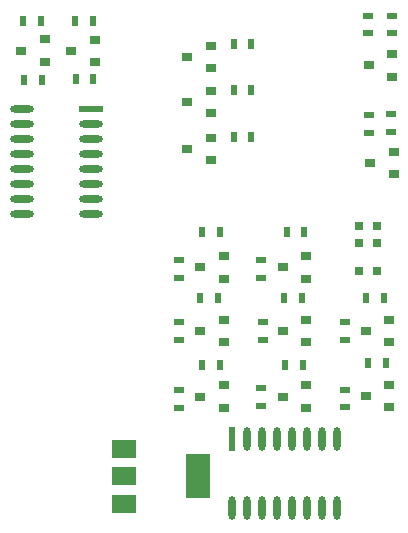
<source format=gbp>
%TF.GenerationSoftware,KiCad,Pcbnew,4.0.7*%
%TF.CreationDate,2017-11-22T17:51:59+08:00*%
%TF.ProjectId,NixieTube_QS27,4E69786965547562655F515332372E6B,rev?*%
%TF.FileFunction,Paste,Bot*%
%FSLAX46Y46*%
G04 Gerber Fmt 4.6, Leading zero omitted, Abs format (unit mm)*
G04 Created by KiCad (PCBNEW 4.0.7) date 11/22/17 17:51:59*
%MOMM*%
%LPD*%
G01*
G04 APERTURE LIST*
%ADD10C,0.100000*%
%ADD11R,0.900000X0.800000*%
%ADD12R,2.000000X0.600000*%
%ADD13O,2.000000X0.600000*%
%ADD14R,0.900000X0.500000*%
%ADD15R,2.000000X3.800000*%
%ADD16R,2.000000X1.500000*%
%ADD17R,0.800000X0.750000*%
%ADD18R,0.600000X2.000000*%
%ADD19O,0.600000X2.000000*%
%ADD20R,0.500000X0.900000*%
G04 APERTURE END LIST*
D10*
D11*
X17650000Y-15250000D03*
X17650000Y-17150000D03*
X15650000Y-16200000D03*
D12*
X7500000Y-20580000D03*
D13*
X7500000Y-21850000D03*
X7500000Y-23120000D03*
X7500000Y-24390000D03*
X7500000Y-25660000D03*
X7500000Y-26930000D03*
X7500000Y-28200000D03*
X1650000Y-28200000D03*
X1650000Y-26930000D03*
X1650000Y-25660000D03*
X1650000Y-24390000D03*
X1650000Y-23120000D03*
X1650000Y-21850000D03*
X1650000Y-20580000D03*
X7500000Y-29470000D03*
X1650000Y-29470000D03*
D14*
X21950000Y-44250000D03*
X21950000Y-45750000D03*
D15*
X16600000Y-51700000D03*
D16*
X10300000Y-51700000D03*
X10300000Y-49400000D03*
X10300000Y-54000000D03*
D17*
X31760000Y-31940000D03*
X30260000Y-31940000D03*
D14*
X33000000Y-12700000D03*
X33000000Y-14200000D03*
X31000000Y-14200000D03*
X31000000Y-12700000D03*
D11*
X33050000Y-15950000D03*
X33050000Y-17850000D03*
X31050000Y-16900000D03*
D18*
X19490000Y-48570000D03*
D19*
X20760000Y-48570000D03*
X22030000Y-48570000D03*
X23300000Y-48570000D03*
X24570000Y-48570000D03*
X25840000Y-48570000D03*
X27110000Y-48570000D03*
X27110000Y-54420000D03*
X25840000Y-54420000D03*
X24570000Y-54420000D03*
X23300000Y-54420000D03*
X22030000Y-54420000D03*
X20760000Y-54420000D03*
X19490000Y-54420000D03*
X28380000Y-48570000D03*
X28380000Y-54420000D03*
D14*
X32950000Y-21050000D03*
X32950000Y-22550000D03*
X31050000Y-22600000D03*
X31050000Y-21100000D03*
D20*
X23900000Y-36625000D03*
X25400000Y-36625000D03*
X30800000Y-36625000D03*
X32300000Y-36625000D03*
X23950000Y-42275000D03*
X25450000Y-42275000D03*
X16950000Y-31000000D03*
X18450000Y-31000000D03*
X31000000Y-42125000D03*
X32500000Y-42125000D03*
X16750000Y-36625000D03*
X18250000Y-36625000D03*
X16950000Y-42250000D03*
X18450000Y-42250000D03*
X1800000Y-13150000D03*
X3300000Y-13150000D03*
X24100000Y-31000000D03*
X25600000Y-31000000D03*
X7675000Y-13175000D03*
X6175000Y-13175000D03*
X21100000Y-23000000D03*
X19600000Y-23000000D03*
X21100000Y-18950000D03*
X19600000Y-18950000D03*
X21100000Y-15100000D03*
X19600000Y-15100000D03*
D14*
X29000000Y-38625000D03*
X29000000Y-40125000D03*
X14950000Y-33400000D03*
X14950000Y-34900000D03*
X14950000Y-38625000D03*
X14950000Y-40125000D03*
X14950000Y-44425000D03*
X14950000Y-45925000D03*
X21950000Y-33400000D03*
X21950000Y-34900000D03*
X22100000Y-38625000D03*
X22100000Y-40125000D03*
X29000000Y-44350000D03*
X29000000Y-45850000D03*
D20*
X3350000Y-18150000D03*
X1850000Y-18150000D03*
X7725000Y-18075000D03*
X6225000Y-18075000D03*
D11*
X33150000Y-24200000D03*
X33150000Y-26100000D03*
X31150000Y-25150000D03*
X17650000Y-23050000D03*
X17650000Y-24950000D03*
X15650000Y-24000000D03*
X17650000Y-19050000D03*
X17650000Y-20950000D03*
X15650000Y-20000000D03*
X25750000Y-38425000D03*
X25750000Y-40325000D03*
X23750000Y-39375000D03*
X32800000Y-38425000D03*
X32800000Y-40325000D03*
X30800000Y-39375000D03*
X25750000Y-44000000D03*
X25750000Y-45900000D03*
X23750000Y-44950000D03*
X18750000Y-33050000D03*
X18750000Y-34950000D03*
X16750000Y-34000000D03*
X32800000Y-43925000D03*
X32800000Y-45825000D03*
X30800000Y-44875000D03*
X18750000Y-38425000D03*
X18750000Y-40325000D03*
X16750000Y-39375000D03*
X18750000Y-44000000D03*
X18750000Y-45900000D03*
X16750000Y-44950000D03*
X25750000Y-33050000D03*
X25750000Y-34950000D03*
X23750000Y-34000000D03*
X7875000Y-14725000D03*
X7875000Y-16625000D03*
X5875000Y-15675000D03*
D17*
X30250000Y-34350000D03*
X31750000Y-34350000D03*
D11*
X3600000Y-14700000D03*
X3600000Y-16600000D03*
X1600000Y-15650000D03*
D17*
X31750000Y-30500000D03*
X30250000Y-30500000D03*
M02*

</source>
